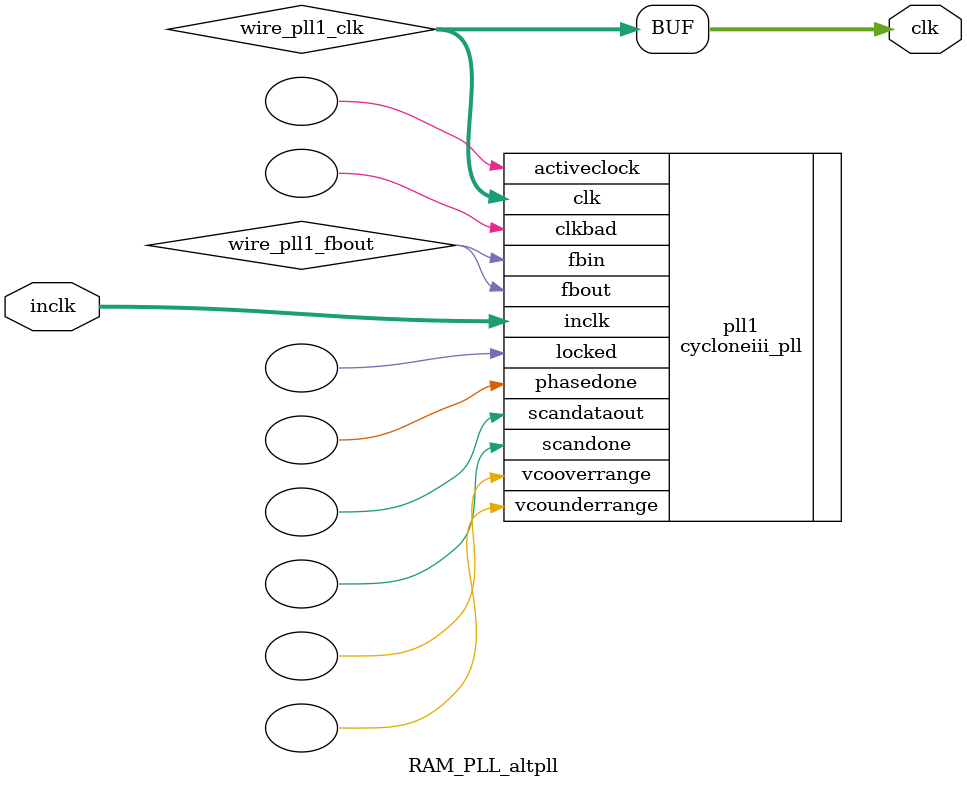
<source format=v>






//synthesis_resources = cycloneiii_pll 1 
//synopsys translate_off
`timescale 1 ps / 1 ps
//synopsys translate_on
module  RAM_PLL_altpll
	( 
	clk,
	inclk) /* synthesis synthesis_clearbox=1 */;
	output   [4:0]  clk;
	input   [1:0]  inclk;
`ifndef ALTERA_RESERVED_QIS
// synopsys translate_off
`endif
	tri0   [1:0]  inclk;
`ifndef ALTERA_RESERVED_QIS
// synopsys translate_on
`endif

	wire  [4:0]   wire_pll1_clk;
	wire  wire_pll1_fbout;

	cycloneiii_pll   pll1
	( 
	.activeclock(),
	.clk(wire_pll1_clk),
	.clkbad(),
	.fbin(wire_pll1_fbout),
	.fbout(wire_pll1_fbout),
	.inclk(inclk),
	.locked(),
	.phasedone(),
	.scandataout(),
	.scandone(),
	.vcooverrange(),
	.vcounderrange()
	`ifndef FORMAL_VERIFICATION
	// synopsys translate_off
	`endif
	,
	.areset(1'b0),
	.clkswitch(1'b0),
	.configupdate(1'b0),
	.pfdena(1'b1),
	.phasecounterselect({3{1'b0}}),
	.phasestep(1'b0),
	.phaseupdown(1'b0),
	.scanclk(1'b0),
	.scanclkena(1'b1),
	.scandata(1'b0)
	`ifndef FORMAL_VERIFICATION
	// synopsys translate_on
	`endif
	);
	defparam
		pll1.bandwidth_type = "auto",
		pll1.clk0_divide_by = 50,
		pll1.clk0_duty_cycle = 50,
		pll1.clk0_multiply_by = 133,
		pll1.clk0_phase_shift = "0",
		pll1.compensate_clock = "clk0",
		pll1.inclk0_input_frequency = 20000,
		pll1.operation_mode = "normal",
		pll1.pll_type = "auto",
		pll1.lpm_type = "cycloneiii_pll";
	assign
		clk = {wire_pll1_clk[4:0]};
endmodule //RAM_PLL_altpll
//VALID FILE

</source>
